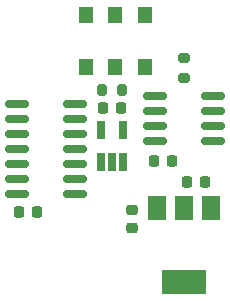
<source format=gbr>
%TF.GenerationSoftware,KiCad,Pcbnew,7.0.10*%
%TF.CreationDate,2024-05-08T17:05:56+09:00*%
%TF.ProjectId,CANFD_Module_withMCP2517FD&MCP2562FD,43414e46-445f-44d6-9f64-756c655f7769,rev?*%
%TF.SameCoordinates,Original*%
%TF.FileFunction,Paste,Top*%
%TF.FilePolarity,Positive*%
%FSLAX46Y46*%
G04 Gerber Fmt 4.6, Leading zero omitted, Abs format (unit mm)*
G04 Created by KiCad (PCBNEW 7.0.10) date 2024-05-08 17:05:56*
%MOMM*%
%LPD*%
G01*
G04 APERTURE LIST*
G04 Aperture macros list*
%AMRoundRect*
0 Rectangle with rounded corners*
0 $1 Rounding radius*
0 $2 $3 $4 $5 $6 $7 $8 $9 X,Y pos of 4 corners*
0 Add a 4 corners polygon primitive as box body*
4,1,4,$2,$3,$4,$5,$6,$7,$8,$9,$2,$3,0*
0 Add four circle primitives for the rounded corners*
1,1,$1+$1,$2,$3*
1,1,$1+$1,$4,$5*
1,1,$1+$1,$6,$7*
1,1,$1+$1,$8,$9*
0 Add four rect primitives between the rounded corners*
20,1,$1+$1,$2,$3,$4,$5,0*
20,1,$1+$1,$4,$5,$6,$7,0*
20,1,$1+$1,$6,$7,$8,$9,0*
20,1,$1+$1,$8,$9,$2,$3,0*%
G04 Aperture macros list end*
%ADD10RoundRect,0.200000X0.200000X0.275000X-0.200000X0.275000X-0.200000X-0.275000X0.200000X-0.275000X0*%
%ADD11R,1.500000X2.000000*%
%ADD12R,3.800000X2.000000*%
%ADD13R,0.650000X1.560000*%
%ADD14RoundRect,0.150000X0.825000X0.150000X-0.825000X0.150000X-0.825000X-0.150000X0.825000X-0.150000X0*%
%ADD15RoundRect,0.150000X-0.825000X-0.150000X0.825000X-0.150000X0.825000X0.150000X-0.825000X0.150000X0*%
%ADD16R,1.200000X1.400000*%
%ADD17RoundRect,0.200000X-0.275000X0.200000X-0.275000X-0.200000X0.275000X-0.200000X0.275000X0.200000X0*%
%ADD18RoundRect,0.225000X-0.225000X-0.250000X0.225000X-0.250000X0.225000X0.250000X-0.225000X0.250000X0*%
%ADD19RoundRect,0.225000X-0.250000X0.225000X-0.250000X-0.225000X0.250000X-0.225000X0.250000X0.225000X0*%
%ADD20RoundRect,0.225000X0.225000X0.250000X-0.225000X0.250000X-0.225000X-0.250000X0.225000X-0.250000X0*%
G04 APERTURE END LIST*
D10*
%TO.C,R2*%
X128841000Y-71247000D03*
X127191000Y-71247000D03*
%TD*%
D11*
%TO.C,U4*%
X136412000Y-81178000D03*
D12*
X134112000Y-87478000D03*
D11*
X134112000Y-81178000D03*
X131812000Y-81178000D03*
%TD*%
D13*
%TO.C,U3*%
X127066000Y-77296000D03*
X128016000Y-77296000D03*
X128966000Y-77296000D03*
X128966000Y-74596000D03*
X127066000Y-74596000D03*
%TD*%
D14*
%TO.C,U2*%
X124903000Y-80010000D03*
X124903000Y-78740000D03*
X124903000Y-77470000D03*
X124903000Y-76200000D03*
X124903000Y-74930000D03*
X124903000Y-73660000D03*
X124903000Y-72390000D03*
X119953000Y-72390000D03*
X119953000Y-73660000D03*
X119953000Y-74930000D03*
X119953000Y-76200000D03*
X119953000Y-77470000D03*
X119953000Y-78740000D03*
X119953000Y-80010000D03*
%TD*%
D15*
%TO.C,U1*%
X131637000Y-71755000D03*
X131637000Y-73025000D03*
X131637000Y-74295000D03*
X131637000Y-75565000D03*
X136587000Y-75565000D03*
X136587000Y-74295000D03*
X136587000Y-73025000D03*
X136587000Y-71755000D03*
%TD*%
D16*
%TO.C,SW1*%
X125770000Y-69256000D03*
X125770000Y-64856000D03*
X128270000Y-69256000D03*
X128270000Y-64856000D03*
X130770000Y-69256000D03*
X130770000Y-64856000D03*
%TD*%
D17*
%TO.C,R1*%
X134112000Y-68517000D03*
X134112000Y-70167000D03*
%TD*%
D18*
%TO.C,C5*%
X134353000Y-78994000D03*
X135903000Y-78994000D03*
%TD*%
D19*
%TO.C,C4*%
X129667000Y-81394000D03*
X129667000Y-82944000D03*
%TD*%
D20*
%TO.C,C3*%
X133109000Y-77216000D03*
X131559000Y-77216000D03*
%TD*%
D18*
%TO.C,C2*%
X120129000Y-81534000D03*
X121679000Y-81534000D03*
%TD*%
D20*
%TO.C,C1*%
X128791000Y-72771000D03*
X127241000Y-72771000D03*
%TD*%
M02*

</source>
